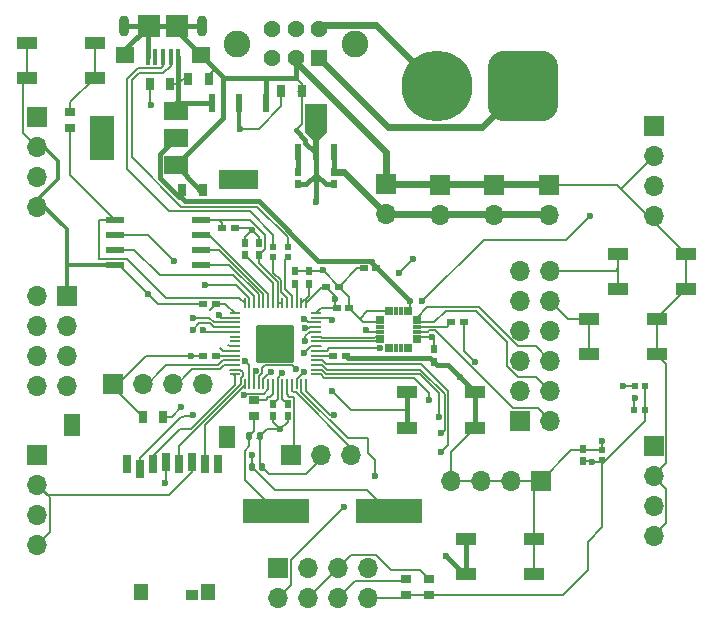
<source format=gbr>
%TF.GenerationSoftware,KiCad,Pcbnew,7.0.1*%
%TF.CreationDate,2023-05-22T19:39:57-04:00*%
%TF.ProjectId,Drone_PCB,44726f6e-655f-4504-9342-2e6b69636164,rev?*%
%TF.SameCoordinates,Original*%
%TF.FileFunction,Copper,L1,Top*%
%TF.FilePolarity,Positive*%
%FSLAX46Y46*%
G04 Gerber Fmt 4.6, Leading zero omitted, Abs format (unit mm)*
G04 Created by KiCad (PCBNEW 7.0.1) date 2023-05-22 19:39:57*
%MOMM*%
%LPD*%
G01*
G04 APERTURE LIST*
G04 Aperture macros list*
%AMRoundRect*
0 Rectangle with rounded corners*
0 $1 Rounding radius*
0 $2 $3 $4 $5 $6 $7 $8 $9 X,Y pos of 4 corners*
0 Add a 4 corners polygon primitive as box body*
4,1,4,$2,$3,$4,$5,$6,$7,$8,$9,$2,$3,0*
0 Add four circle primitives for the rounded corners*
1,1,$1+$1,$2,$3*
1,1,$1+$1,$4,$5*
1,1,$1+$1,$6,$7*
1,1,$1+$1,$8,$9*
0 Add four rect primitives between the rounded corners*
20,1,$1+$1,$2,$3,$4,$5,0*
20,1,$1+$1,$4,$5,$6,$7,0*
20,1,$1+$1,$6,$7,$8,$9,0*
20,1,$1+$1,$8,$9,$2,$3,0*%
G04 Aperture macros list end*
%TA.AperFunction,ComponentPad*%
%ADD10RoundRect,1.500000X1.500000X1.500000X-1.500000X1.500000X-1.500000X-1.500000X1.500000X-1.500000X0*%
%TD*%
%TA.AperFunction,ComponentPad*%
%ADD11C,6.000000*%
%TD*%
%TA.AperFunction,ComponentPad*%
%ADD12R,1.438000X1.438000*%
%TD*%
%TA.AperFunction,ComponentPad*%
%ADD13C,1.438000*%
%TD*%
%TA.AperFunction,ComponentPad*%
%ADD14C,2.265000*%
%TD*%
%TA.AperFunction,SMDPad,CuDef*%
%ADD15R,0.558800X0.711200*%
%TD*%
%TA.AperFunction,ComponentPad*%
%ADD16R,1.700000X1.700000*%
%TD*%
%TA.AperFunction,ComponentPad*%
%ADD17O,1.700000X1.700000*%
%TD*%
%TA.AperFunction,SMDPad,CuDef*%
%ADD18RoundRect,0.050000X-0.387500X-0.050000X0.387500X-0.050000X0.387500X0.050000X-0.387500X0.050000X0*%
%TD*%
%TA.AperFunction,SMDPad,CuDef*%
%ADD19RoundRect,0.050000X-0.050000X-0.387500X0.050000X-0.387500X0.050000X0.387500X-0.050000X0.387500X0*%
%TD*%
%TA.AperFunction,ComponentPad*%
%ADD20C,0.600000*%
%TD*%
%TA.AperFunction,SMDPad,CuDef*%
%ADD21RoundRect,0.144000X-1.456000X-1.456000X1.456000X-1.456000X1.456000X1.456000X-1.456000X1.456000X0*%
%TD*%
%TA.AperFunction,SMDPad,CuDef*%
%ADD22R,0.711200X0.558800*%
%TD*%
%TA.AperFunction,SMDPad,CuDef*%
%ADD23R,0.762000X0.990600*%
%TD*%
%TA.AperFunction,SMDPad,CuDef*%
%ADD24R,0.630000X0.560000*%
%TD*%
%TA.AperFunction,SMDPad,CuDef*%
%ADD25R,0.900000X0.700000*%
%TD*%
%TA.AperFunction,SMDPad,CuDef*%
%ADD26R,0.600000X0.590000*%
%TD*%
%TA.AperFunction,SMDPad,CuDef*%
%ADD27RoundRect,0.075600X0.194400X-0.224400X0.194400X0.224400X-0.194400X0.224400X-0.194400X-0.224400X0*%
%TD*%
%TA.AperFunction,SMDPad,CuDef*%
%ADD28R,0.482600X1.397000*%
%TD*%
%TA.AperFunction,SMDPad,CuDef*%
%ADD29R,0.558800X1.397000*%
%TD*%
%TA.AperFunction,SMDPad,CuDef*%
%ADD30R,0.609600X1.549400*%
%TD*%
%TA.AperFunction,SMDPad,CuDef*%
%ADD31R,1.701800X0.990600*%
%TD*%
%TA.AperFunction,SMDPad,CuDef*%
%ADD32R,0.540000X0.600000*%
%TD*%
%TA.AperFunction,SMDPad,CuDef*%
%ADD33R,0.800000X1.500000*%
%TD*%
%TA.AperFunction,SMDPad,CuDef*%
%ADD34R,1.000000X0.950000*%
%TD*%
%TA.AperFunction,SMDPad,CuDef*%
%ADD35R,1.300000X1.400000*%
%TD*%
%TA.AperFunction,SMDPad,CuDef*%
%ADD36R,1.400000X1.900000*%
%TD*%
%TA.AperFunction,SMDPad,CuDef*%
%ADD37RoundRect,0.006600X0.103400X-0.313400X0.103400X0.313400X-0.103400X0.313400X-0.103400X-0.313400X0*%
%TD*%
%TA.AperFunction,SMDPad,CuDef*%
%ADD38RoundRect,0.006600X0.313400X0.103400X-0.313400X0.103400X-0.313400X-0.103400X0.313400X-0.103400X0*%
%TD*%
%TA.AperFunction,SMDPad,CuDef*%
%ADD39RoundRect,0.006600X-0.103400X0.313400X-0.103400X-0.313400X0.103400X-0.313400X0.103400X0.313400X0*%
%TD*%
%TA.AperFunction,SMDPad,CuDef*%
%ADD40RoundRect,0.006600X-0.313400X-0.103400X0.313400X-0.103400X0.313400X0.103400X-0.313400X0.103400X0*%
%TD*%
%TA.AperFunction,SMDPad,CuDef*%
%ADD41R,5.600000X2.100000*%
%TD*%
%TA.AperFunction,SMDPad,CuDef*%
%ADD42R,2.000000X1.500000*%
%TD*%
%TA.AperFunction,SMDPad,CuDef*%
%ADD43R,2.000000X3.800000*%
%TD*%
%TA.AperFunction,SMDPad,CuDef*%
%ADD44R,0.400000X1.350000*%
%TD*%
%TA.AperFunction,SMDPad,CuDef*%
%ADD45R,1.600000X1.400000*%
%TD*%
%TA.AperFunction,SMDPad,CuDef*%
%ADD46R,1.900000X1.900000*%
%TD*%
%TA.AperFunction,ComponentPad*%
%ADD47O,0.900000X1.800000*%
%TD*%
%TA.AperFunction,SMDPad,CuDef*%
%ADD48R,1.524000X0.533400*%
%TD*%
%TA.AperFunction,ViaPad*%
%ADD49C,0.600000*%
%TD*%
%TA.AperFunction,Conductor*%
%ADD50C,0.150000*%
%TD*%
%TA.AperFunction,Conductor*%
%ADD51C,0.400000*%
%TD*%
%TA.AperFunction,Conductor*%
%ADD52C,0.200000*%
%TD*%
%TA.AperFunction,Conductor*%
%ADD53C,0.300000*%
%TD*%
%TA.AperFunction,Conductor*%
%ADD54C,0.600000*%
%TD*%
%TA.AperFunction,Conductor*%
%ADD55C,1.000000*%
%TD*%
G04 APERTURE END LIST*
%TA.AperFunction,EtchedComponent*%
%TO.C,U4*%
G36*
X196739800Y-77330200D02*
G01*
X196079400Y-77965200D01*
X196079400Y-78295400D01*
X195520600Y-78295400D01*
X195520600Y-77939800D01*
X194860200Y-77330200D01*
X194860200Y-74891800D01*
X196739800Y-74891800D01*
X196739800Y-77330200D01*
G37*
%TD.AperFunction*%
%TA.AperFunction,EtchedComponent*%
%TO.C,U7*%
G36*
X190889600Y-82075400D02*
G01*
X187638400Y-82075400D01*
X187638400Y-80526000D01*
X190889600Y-80526000D01*
X190889600Y-82075400D01*
G37*
%TD.AperFunction*%
%TD*%
D10*
%TO.P,J13,1,Pin_1*%
%TO.N,Net-(J13-Pin_1)*%
X213295000Y-73393900D03*
D11*
%TO.P,J13,2,Pin_2*%
%TO.N,Net-(J13-Pin_2)*%
X206095000Y-73393900D03*
%TD*%
D12*
%TO.P,S1,1*%
%TO.N,Net-(J13-Pin_1)*%
X196095000Y-71043900D03*
D13*
%TO.P,S1,2*%
%TO.N,GND*%
X194095000Y-71043900D03*
%TO.P,S1,3*%
%TO.N,unconnected-(S1-Pad3)*%
X192095000Y-71043900D03*
%TO.P,S1,4*%
%TO.N,Net-(J13-Pin_2)*%
X196095000Y-68543900D03*
%TO.P,S1,5*%
%TO.N,Net-(J14-Pin_2)*%
X194095000Y-68543900D03*
%TO.P,S1,6*%
%TO.N,unconnected-(S1-Pad6)*%
X192095000Y-68543900D03*
D14*
%TO.P,S1,S1*%
%TO.N,N/C*%
X199095000Y-69793900D03*
%TO.P,S1,S2*%
X189095000Y-69793900D03*
%TD*%
D15*
%TO.P,C13,1*%
%TO.N,+1V1*%
X194000000Y-90120700D03*
%TO.P,C13,2*%
%TO.N,GND*%
X194000000Y-89079300D03*
%TD*%
D16*
%TO.P,J11,1*%
%TO.N,/PWM7A*%
X213110000Y-101725000D03*
D17*
%TO.P,J11,2*%
%TO.N,/IMU_AD0*%
X215650000Y-101725000D03*
%TO.P,J11,3*%
%TO.N,/PWM7B*%
X213110000Y-99185000D03*
%TO.P,J11,4*%
%TO.N,/IMU_FSYNC*%
X215650000Y-99185000D03*
%TO.P,J11,5*%
%TO.N,/ADC0{slash}PWM5A*%
X213110000Y-96645000D03*
%TO.P,J11,6*%
%TO.N,/IMU_INT*%
X215650000Y-96645000D03*
%TO.P,J11,7*%
%TO.N,/ADC1{slash}PWM5B*%
X213110000Y-94105000D03*
%TO.P,J11,8*%
%TO.N,/DIST_GPIO*%
X215650000Y-94105000D03*
%TO.P,J11,9*%
%TO.N,/ADC2{slash}PWM6A*%
X213110000Y-91565000D03*
%TO.P,J11,10*%
%TO.N,Net-(J11-Pad10)*%
X215650000Y-91565000D03*
%TO.P,J11,11*%
%TO.N,/ADC3{slash}PWM6B*%
X213110000Y-89025000D03*
%TO.P,J11,12*%
%TO.N,Net-(J11-Pad12)*%
X215650000Y-89025000D03*
%TD*%
D16*
%TO.P,J5,1,Pin_1*%
%TO.N,GND*%
X192600000Y-114200000D03*
D17*
%TO.P,J5,2,Pin_2*%
%TO.N,/WiFi_TX{slash}GPIO1*%
X192600000Y-116740000D03*
%TO.P,J5,3,Pin_3*%
%TO.N,unconnected-(J5-Pin_3-Pad3)*%
X195140000Y-114200000D03*
%TO.P,J5,4,Pin_4*%
%TO.N,Net-(J5-Pin_4)*%
X195140000Y-116740000D03*
%TO.P,J5,5,Pin_5*%
X197680000Y-114200000D03*
%TO.P,J5,6,Pin_6*%
%TO.N,Net-(J5-Pin_6)*%
X197680000Y-116740000D03*
%TO.P,J5,7,Pin_7*%
%TO.N,/WiFi_RX{slash}GPIO3*%
X200220000Y-114200000D03*
%TO.P,J5,8,Pin_8*%
%TO.N,+3V3*%
X200220000Y-116740000D03*
%TD*%
D18*
%TO.P,U1,1,IOVDD*%
%TO.N,+3V3*%
X188925000Y-92600000D03*
%TO.P,U1,2,GPIO0*%
%TO.N,/M1_PWM_A*%
X188925000Y-93000000D03*
%TO.P,U1,3,GPIO1*%
%TO.N,/M1_PWM_B*%
X188925000Y-93400000D03*
%TO.P,U1,4,GPIO2*%
%TO.N,/M2_PWM_A*%
X188925000Y-93800000D03*
%TO.P,U1,5,GPIO3*%
%TO.N,/M2_PWM_B*%
X188925000Y-94200000D03*
%TO.P,U1,6,GPIO4*%
%TO.N,/SPI0_RX*%
X188925000Y-94600000D03*
%TO.P,U1,7,GPIO5*%
%TO.N,/SPI0_CSn*%
X188925000Y-95000000D03*
%TO.P,U1,8,GPIO6*%
%TO.N,/SPI0_SCK*%
X188925000Y-95400000D03*
%TO.P,U1,9,GPIO7*%
%TO.N,/SPI0_TX*%
X188925000Y-95800000D03*
%TO.P,U1,10,IOVDD*%
%TO.N,+3V3*%
X188925000Y-96200000D03*
%TO.P,U1,11,GPIO8*%
%TO.N,/UART1_TX*%
X188925000Y-96600000D03*
%TO.P,U1,12,GPIO9*%
%TO.N,/UART1_RX*%
X188925000Y-97000000D03*
%TO.P,U1,13,GPIO10*%
%TO.N,/SPI1_SCK*%
X188925000Y-97400000D03*
%TO.P,U1,14,GPIO11*%
%TO.N,/SPI1_TX*%
X188925000Y-97800000D03*
D19*
%TO.P,U1,15,GPIO12*%
%TO.N,/SPI1_RX*%
X189762500Y-98637500D03*
%TO.P,U1,16,GPIO13*%
%TO.N,/SPI1_CSn*%
X190162500Y-98637500D03*
%TO.P,U1,17,GPIO14*%
%TO.N,/PWM7A*%
X190562500Y-98637500D03*
%TO.P,U1,18,GPIO15*%
%TO.N,/PWM7B*%
X190962500Y-98637500D03*
%TO.P,U1,19,TESTEN*%
%TO.N,GND*%
X191362500Y-98637500D03*
%TO.P,U1,20,XIN*%
%TO.N,Net-(U1-XIN)*%
X191762500Y-98637500D03*
%TO.P,U1,21,XOUT*%
%TO.N,Net-(U1-XOUT)*%
X192162500Y-98637500D03*
%TO.P,U1,22,IOVDD*%
%TO.N,+3V3*%
X192562500Y-98637500D03*
%TO.P,U1,23,DVDD*%
%TO.N,+1V1*%
X192962500Y-98637500D03*
%TO.P,U1,24,SWCLK*%
%TO.N,Net-(J3-Pin_1)*%
X193362500Y-98637500D03*
%TO.P,U1,25,SWD*%
%TO.N,Net-(J3-Pin_3)*%
X193762500Y-98637500D03*
%TO.P,U1,26,RUN*%
%TO.N,Net-(U1-RUN)*%
X194162500Y-98637500D03*
%TO.P,U1,27,GPIO16*%
%TO.N,/WiFi_TX{slash}GPIO1*%
X194562500Y-98637500D03*
%TO.P,U1,28,GPIO17*%
%TO.N,/WiFi_RX{slash}GPIO3*%
X194962500Y-98637500D03*
D18*
%TO.P,U1,29,GPIO18*%
%TO.N,/DIST_SDA*%
X195800000Y-97800000D03*
%TO.P,U1,30,GPIO19*%
%TO.N,/DIST_SCL*%
X195800000Y-97400000D03*
%TO.P,U1,31,GPIO20*%
%TO.N,/M3_PWM_A*%
X195800000Y-97000000D03*
%TO.P,U1,32,GPIO21*%
%TO.N,/M3_PWM_B*%
X195800000Y-96600000D03*
%TO.P,U1,33,IOVDD*%
%TO.N,+3V3*%
X195800000Y-96200000D03*
%TO.P,U1,34,GPIO22*%
%TO.N,/M4_PWM_A*%
X195800000Y-95800000D03*
%TO.P,U1,35,GPIO23*%
%TO.N,/M4_PWM_B*%
X195800000Y-95400000D03*
%TO.P,U1,36,GPIO24*%
%TO.N,/IMU_SDA*%
X195800000Y-95000000D03*
%TO.P,U1,37,GPIO25*%
%TO.N,/IMU_SCL*%
X195800000Y-94600000D03*
%TO.P,U1,38,GPIO26_ADC0*%
%TO.N,/ADC0{slash}PWM5A*%
X195800000Y-94200000D03*
%TO.P,U1,39,GPIO27_ADC1*%
%TO.N,/ADC1{slash}PWM5B*%
X195800000Y-93800000D03*
%TO.P,U1,40,GPIO28_ADC2*%
%TO.N,/ADC2{slash}PWM6A*%
X195800000Y-93400000D03*
%TO.P,U1,41,GPIO29_ADC3*%
%TO.N,/ADC3{slash}PWM6B*%
X195800000Y-93000000D03*
%TO.P,U1,42,IOVDD*%
%TO.N,+3V3*%
X195800000Y-92600000D03*
D19*
%TO.P,U1,43,ADC_AVDD*%
X194962500Y-91762500D03*
%TO.P,U1,44,VREG_IN*%
X194562500Y-91762500D03*
%TO.P,U1,45,VREG_VOUT*%
%TO.N,+1V1*%
X194162500Y-91762500D03*
%TO.P,U1,46,USB_DM*%
%TO.N,Net-(U1-USB_DM)*%
X193762500Y-91762500D03*
%TO.P,U1,47,USB_DP*%
%TO.N,Net-(U1-USB_DP)*%
X193362500Y-91762500D03*
%TO.P,U1,48,USB_VDD*%
%TO.N,+3V3*%
X192962500Y-91762500D03*
%TO.P,U1,49,IOVDD*%
X192562500Y-91762500D03*
%TO.P,U1,50,DVDD*%
%TO.N,+1V1*%
X192162500Y-91762500D03*
%TO.P,U1,51,QSPI_SD3*%
%TO.N,/QSPI_SD3*%
X191762500Y-91762500D03*
%TO.P,U1,52,QSPI_SCLK*%
%TO.N,/QSPI_SLCK*%
X191362500Y-91762500D03*
%TO.P,U1,53,QSPI_SD0*%
%TO.N,/QSPI_SD0*%
X190962500Y-91762500D03*
%TO.P,U1,54,QSPI_SD2*%
%TO.N,/QSPI_SD2*%
X190562500Y-91762500D03*
%TO.P,U1,55,QSPI_SD1*%
%TO.N,/QSPI_SD1*%
X190162500Y-91762500D03*
%TO.P,U1,56,QSPI_SS*%
%TO.N,/QSPI_SS*%
X189762500Y-91762500D03*
D20*
%TO.P,U1,57,GND*%
%TO.N,GND*%
X191087500Y-93925000D03*
X191087500Y-95200000D03*
X191087500Y-96475000D03*
X192362500Y-93925000D03*
X192362500Y-95200000D03*
D21*
X192362500Y-95200000D03*
D20*
X192362500Y-96475000D03*
X193637500Y-93925000D03*
X193637500Y-95200000D03*
X193637500Y-96475000D03*
%TD*%
D15*
%TO.P,C25,1*%
%TO.N,GND*%
X194295000Y-81714600D03*
%TO.P,C25,2*%
%TO.N,+5V*%
X194295000Y-80673200D03*
%TD*%
D22*
%TO.P,C19,1*%
%TO.N,GND*%
X186279300Y-96200000D03*
%TO.P,C19,2*%
%TO.N,+3V3*%
X187320700Y-96200000D03*
%TD*%
D16*
%TO.P,J7,1,Pin_1*%
%TO.N,/M2_PWM_A*%
X172200000Y-104600000D03*
D17*
%TO.P,J7,2,Pin_2*%
%TO.N,GND*%
X172200000Y-107140000D03*
%TO.P,J7,3,Pin_3*%
%TO.N,/M2_PWM_B*%
X172200000Y-109680000D03*
%TO.P,J7,4,Pin_4*%
%TO.N,GND*%
X172200000Y-112220000D03*
%TD*%
D23*
%TO.P,C11,1*%
%TO.N,GND*%
X186752600Y-72800000D03*
%TO.P,C11,2*%
%TO.N,+5V*%
X185000000Y-72800000D03*
%TD*%
D24*
%TO.P,C24,1*%
%TO.N,GND*%
X220000000Y-104200000D03*
%TO.P,C24,2*%
%TO.N,+3V3*%
X220000000Y-105070000D03*
%TD*%
D25*
%TO.P,R3,1*%
%TO.N,Net-(R3-Pad1)*%
X175000000Y-75600000D03*
%TO.P,R3,2*%
%TO.N,/QSPI_SS*%
X175000000Y-76900000D03*
%TD*%
D23*
%TO.P,C10,1*%
%TO.N,GND*%
X181123700Y-101400000D03*
%TO.P,C10,2*%
%TO.N,+3V3*%
X182876300Y-101400000D03*
%TD*%
D26*
%TO.P,R2,1*%
%TO.N,/USB-*%
X193400000Y-86980000D03*
%TO.P,R2,2*%
%TO.N,Net-(U1-USB_DM)*%
X193400000Y-87820000D03*
%TD*%
D27*
%TO.P,C4,1*%
%TO.N,Net-(U1-XIN)*%
X190370000Y-105600000D03*
%TO.P,C4,2*%
%TO.N,GND*%
X191230000Y-105600000D03*
%TD*%
D22*
%TO.P,C22,1*%
%TO.N,+3V3*%
X196679300Y-90400000D03*
%TO.P,C22,2*%
%TO.N,GND*%
X197720700Y-90400000D03*
%TD*%
D28*
%TO.P,U4,1,VO*%
%TO.N,+5V*%
X194305000Y-78993900D03*
D29*
%TO.P,U4,2,GND*%
%TO.N,GND*%
X195800000Y-78993900D03*
D28*
%TO.P,U4,3,VI*%
%TO.N,Net-(J14-Pin_2)*%
X197295000Y-78993900D03*
%TD*%
D27*
%TO.P,C5,1*%
%TO.N,Net-(C5-Pad1)*%
X190170000Y-103000000D03*
%TO.P,C5,2*%
%TO.N,GND*%
X191030000Y-103000000D03*
%TD*%
D30*
%TO.P,U7,1,GND*%
%TO.N,GND*%
X191562700Y-74849100D03*
%TO.P,U7,2,VO*%
%TO.N,+1V8*%
X189264000Y-74849100D03*
%TO.P,U7,3,VI*%
%TO.N,+5V*%
X186965300Y-74849100D03*
%TD*%
D16*
%TO.P,J9,1,Pin_1*%
%TO.N,/M4_PWM_A*%
X224400000Y-76800000D03*
D17*
%TO.P,J9,2,Pin_2*%
%TO.N,GND*%
X224400000Y-79340000D03*
%TO.P,J9,3,Pin_3*%
%TO.N,/M4_PWM_B*%
X224400000Y-81880000D03*
%TO.P,J9,4,Pin_4*%
%TO.N,GND*%
X224400000Y-84420000D03*
%TD*%
D31*
%TO.P,SW4,1*%
%TO.N,Net-(J11-Pad10)*%
X218942500Y-93100000D03*
%TO.P,SW4,2*%
%TO.N,GND*%
X224657500Y-93100000D03*
%TO.P,SW4,3*%
%TO.N,Net-(J11-Pad10)*%
X218942500Y-96100000D03*
%TO.P,SW4,4*%
%TO.N,GND*%
X224657500Y-96100000D03*
%TD*%
D32*
%TO.P,R12,1*%
%TO.N,Net-(U6-XSHUT)*%
X222800000Y-98800000D03*
%TO.P,R12,2*%
%TO.N,+3V3*%
X223664000Y-98800000D03*
%TD*%
D16*
%TO.P,J12,1,Pin_1*%
%TO.N,GND*%
X214820000Y-106800000D03*
D17*
%TO.P,J12,2,Pin_2*%
X212280000Y-106800000D03*
%TO.P,J12,3,Pin_3*%
X209740000Y-106800000D03*
%TO.P,J12,4,Pin_4*%
X207200000Y-106800000D03*
%TD*%
D33*
%TO.P,J1,1,DATA2*%
%TO.N,unconnected-(J1-DATA2-Pad1)*%
X179800000Y-105400000D03*
%TO.P,J1,2,DATA3/CD*%
%TO.N,/SPI1_CSn*%
X180900000Y-105800000D03*
%TO.P,J1,3,CMD*%
%TO.N,/SPI1_TX*%
X182000000Y-105400000D03*
%TO.P,J1,4,VDD*%
%TO.N,+3V3*%
X183100000Y-105200000D03*
%TO.P,J1,5,CLK*%
%TO.N,/SPI1_SCK*%
X184200000Y-105400000D03*
%TO.P,J1,6,VSS*%
%TO.N,GND*%
X185300000Y-105200000D03*
%TO.P,J1,7,DATA0*%
%TO.N,/SPI1_RX*%
X186400000Y-105400000D03*
%TO.P,J1,8,DATA1*%
%TO.N,unconnected-(J1-DATA1-Pad8)*%
X187500000Y-105400000D03*
D34*
%TO.P,J1,9,DETECH*%
%TO.N,unconnected-(J1-DETECH-Pad9)*%
X185300000Y-116485000D03*
D35*
%TO.P,J1,P1*%
%TO.N,N/C*%
X186690000Y-116260000D03*
%TO.P,J1,P2*%
X180990000Y-116260000D03*
D36*
%TO.P,J1,P3*%
X175140000Y-102110000D03*
%TO.P,J1,P4*%
X188290000Y-103110000D03*
%TD*%
D16*
%TO.P,J8,1,Pin_1*%
%TO.N,/M3_PWM_A*%
X224400000Y-103860000D03*
D17*
%TO.P,J8,2,Pin_2*%
%TO.N,GND*%
X224400000Y-106400000D03*
%TO.P,J8,3,Pin_3*%
%TO.N,/M3_PWM_B*%
X224400000Y-108940000D03*
%TO.P,J8,4,Pin_4*%
%TO.N,GND*%
X224400000Y-111480000D03*
%TD*%
D37*
%TO.P,U3,1,NC*%
%TO.N,unconnected-(U3-NC-Pad1)*%
X201800000Y-95545000D03*
%TO.P,U3,2,NC*%
%TO.N,unconnected-(U3-NC-Pad2)*%
X202200000Y-95545000D03*
%TO.P,U3,3,NC*%
%TO.N,unconnected-(U3-NC-Pad3)*%
X202600000Y-95545000D03*
%TO.P,U3,4,NC*%
%TO.N,unconnected-(U3-NC-Pad4)*%
X203000000Y-95545000D03*
%TO.P,U3,5,NC*%
%TO.N,unconnected-(U3-NC-Pad5)*%
X203400000Y-95545000D03*
%TO.P,U3,6,NC*%
%TO.N,unconnected-(U3-NC-Pad6)*%
X203800000Y-95545000D03*
D38*
%TO.P,U3,7,AUX_CL*%
%TO.N,unconnected-(U3-AUX_CL-Pad7)*%
X204345000Y-95000000D03*
%TO.P,U3,8,VDDIO*%
%TO.N,+1V8*%
X204345000Y-94600000D03*
%TO.P,U3,9,AD0/SDO*%
%TO.N,/IMU_AD0*%
X204345000Y-94200000D03*
%TO.P,U3,10,REGOUT*%
%TO.N,Net-(U3-REGOUT)*%
X204345000Y-93800000D03*
%TO.P,U3,11,FSYNC*%
%TO.N,/IMU_FSYNC*%
X204345000Y-93400000D03*
%TO.P,U3,12,INT1*%
%TO.N,/IMU_INT*%
X204345000Y-93000000D03*
D39*
%TO.P,U3,13,VDD*%
%TO.N,+3V3*%
X203800000Y-92455000D03*
%TO.P,U3,14,NC*%
%TO.N,unconnected-(U3-NC-Pad14)*%
X203400000Y-92455000D03*
%TO.P,U3,15,NC*%
%TO.N,unconnected-(U3-NC-Pad15)*%
X203000000Y-92455000D03*
%TO.P,U3,16,NC*%
%TO.N,unconnected-(U3-NC-Pad16)*%
X202600000Y-92455000D03*
%TO.P,U3,17,NC*%
%TO.N,unconnected-(U3-NC-Pad17)*%
X202200000Y-92455000D03*
%TO.P,U3,18,GND*%
%TO.N,GND*%
X201800000Y-92455000D03*
D40*
%TO.P,U3,19,RESV_19*%
%TO.N,unconnected-(U3-RESV_19-Pad19)*%
X201255000Y-93000000D03*
%TO.P,U3,20,RESV_20*%
%TO.N,GND*%
X201255000Y-93400000D03*
%TO.P,U3,21,AUX_DA*%
%TO.N,unconnected-(U3-AUX_DA-Pad21)*%
X201255000Y-93800000D03*
%TO.P,U3,22,~{CS}*%
%TO.N,+1V8*%
X201255000Y-94200000D03*
%TO.P,U3,23,SCL/SCLK*%
%TO.N,/IMU_SCL*%
X201255000Y-94600000D03*
%TO.P,U3,24,SDA/SDI*%
%TO.N,/IMU_SDA*%
X201255000Y-95000000D03*
%TD*%
D41*
%TO.P,Y1,1*%
%TO.N,Net-(C5-Pad1)*%
X192450000Y-109400000D03*
%TO.P,Y1,2*%
%TO.N,Net-(U1-XIN)*%
X201950000Y-109400000D03*
%TD*%
D16*
%TO.P,J15,1,Pin_1*%
%TO.N,GND*%
X206295000Y-81793900D03*
D17*
%TO.P,J15,2,Pin_2*%
%TO.N,Net-(J14-Pin_2)*%
X206295000Y-84333900D03*
%TD*%
D22*
%TO.P,C7,1*%
%TO.N,+3V3*%
X200920700Y-88800000D03*
%TO.P,C7,2*%
%TO.N,GND*%
X199879300Y-88800000D03*
%TD*%
D31*
%TO.P,SW3,1*%
%TO.N,Net-(J5-Pin_6)*%
X208542500Y-111700000D03*
%TO.P,SW3,2*%
%TO.N,GND*%
X214257500Y-111700000D03*
%TO.P,SW3,3*%
%TO.N,Net-(J5-Pin_6)*%
X208542500Y-114700000D03*
%TO.P,SW3,4*%
%TO.N,GND*%
X214257500Y-114700000D03*
%TD*%
D22*
%TO.P,C17,1*%
%TO.N,GND*%
X198320700Y-96200000D03*
%TO.P,C17,2*%
%TO.N,+3V3*%
X197279300Y-96200000D03*
%TD*%
D15*
%TO.P,C26,1*%
%TO.N,GND*%
X197295000Y-81714600D03*
%TO.P,C26,2*%
%TO.N,Net-(J14-Pin_2)*%
X197295000Y-80673200D03*
%TD*%
D22*
%TO.P,C3,1*%
%TO.N,+3V3*%
X187879300Y-85400000D03*
%TO.P,C3,2*%
%TO.N,GND*%
X188920700Y-85400000D03*
%TD*%
D25*
%TO.P,R4,1*%
%TO.N,Net-(U1-XOUT)*%
X190600000Y-100000000D03*
%TO.P,R4,2*%
%TO.N,Net-(C5-Pad1)*%
X190600000Y-101300000D03*
%TD*%
D22*
%TO.P,C8,1*%
%TO.N,GND*%
X208320700Y-93400000D03*
%TO.P,C8,2*%
%TO.N,Net-(U3-REGOUT)*%
X207279300Y-93400000D03*
%TD*%
D16*
%TO.P,J10,1,Pin_1*%
%TO.N,GND*%
X178600000Y-98600000D03*
D17*
%TO.P,J10,2,Pin_2*%
%TO.N,/UART1_TX*%
X181140000Y-98600000D03*
%TO.P,J10,3,Pin_3*%
%TO.N,/UART1_RX*%
X183680000Y-98600000D03*
%TO.P,J10,4,Pin_4*%
%TO.N,+3V3*%
X186220000Y-98600000D03*
%TD*%
D32*
%TO.P,R11,1*%
%TO.N,/DIST_GPIO*%
X222768000Y-100800000D03*
%TO.P,R11,2*%
%TO.N,+3V3*%
X223632000Y-100800000D03*
%TD*%
D15*
%TO.P,C9,1*%
%TO.N,GND*%
X205800000Y-96720700D03*
%TO.P,C9,2*%
%TO.N,+1V8*%
X205800000Y-95679300D03*
%TD*%
D16*
%TO.P,J14,1,Pin_1*%
%TO.N,GND*%
X201720000Y-81683900D03*
D17*
%TO.P,J14,2,Pin_2*%
%TO.N,Net-(J14-Pin_2)*%
X201720000Y-84223900D03*
%TD*%
D16*
%TO.P,J4,1,Pin_1*%
%TO.N,GND*%
X174690000Y-91200000D03*
D17*
%TO.P,J4,2,Pin_2*%
%TO.N,+5V*%
X172150000Y-91200000D03*
%TO.P,J4,3,Pin_3*%
%TO.N,+3V3*%
X174690000Y-93740000D03*
%TO.P,J4,4,Pin_4*%
%TO.N,+1V8*%
X172150000Y-93740000D03*
%TO.P,J4,5,Pin_5*%
%TO.N,/SPI0_RX*%
X174690000Y-96280000D03*
%TO.P,J4,6,Pin_6*%
%TO.N,/SPI0_CSn*%
X172150000Y-96280000D03*
%TO.P,J4,7,Pin_7*%
%TO.N,/SPI0_TX*%
X174690000Y-98820000D03*
%TO.P,J4,8,Pin_8*%
%TO.N,/SPI0_SCK*%
X172150000Y-98820000D03*
%TD*%
D23*
%TO.P,C2,1*%
%TO.N,GND*%
X186200000Y-82200000D03*
%TO.P,C2,2*%
%TO.N,+3V3*%
X184447400Y-82200000D03*
%TD*%
D15*
%TO.P,C16,1*%
%TO.N,+1V1*%
X189800000Y-87720700D03*
%TO.P,C16,2*%
%TO.N,GND*%
X189800000Y-86679300D03*
%TD*%
D26*
%TO.P,R1,1*%
%TO.N,/USB+*%
X192200000Y-86980000D03*
%TO.P,R1,2*%
%TO.N,Net-(U1-USB_DP)*%
X192200000Y-87820000D03*
%TD*%
D15*
%TO.P,C15,1*%
%TO.N,+1V1*%
X193400000Y-100279300D03*
%TO.P,C15,2*%
%TO.N,GND*%
X193400000Y-101320700D03*
%TD*%
D42*
%TO.P,U2,1,GND*%
%TO.N,GND*%
X183950000Y-80100000D03*
%TO.P,U2,2,VO*%
%TO.N,+3V3*%
X183950000Y-77800000D03*
%TO.P,U2,3,VI*%
%TO.N,+5V*%
X183950000Y-75500000D03*
D43*
%TO.P,U2,4*%
%TO.N,N/C*%
X177650000Y-77800000D03*
%TD*%
D15*
%TO.P,C6,1*%
%TO.N,GND*%
X218400000Y-104079300D03*
%TO.P,C6,2*%
%TO.N,+3V3*%
X218400000Y-105120700D03*
%TD*%
D31*
%TO.P,SW1,4*%
%TO.N,Net-(R3-Pad1)*%
X177057500Y-72700000D03*
%TO.P,SW1,3*%
%TO.N,GND*%
X171342500Y-72700000D03*
%TO.P,SW1,2*%
%TO.N,Net-(R3-Pad1)*%
X177057500Y-69700000D03*
%TO.P,SW1,1*%
%TO.N,GND*%
X171342500Y-69700000D03*
%TD*%
D44*
%TO.P,J2,1,VUSB*%
%TO.N,+5V*%
X184164000Y-70949900D03*
%TO.P,J2,2,D-*%
%TO.N,/USB-*%
X183514000Y-70949900D03*
%TO.P,J2,3,D+*%
%TO.N,/USB+*%
X182864000Y-70949900D03*
%TO.P,J2,4,ID*%
%TO.N,unconnected-(J2-ID-Pad4)*%
X182214000Y-70949900D03*
%TO.P,J2,5,GND*%
%TO.N,GND*%
X181564000Y-70949900D03*
D45*
%TO.P,J2,S1,SHIELD*%
X186064000Y-70724900D03*
%TO.P,J2,S2,SHIELD*%
X179664000Y-70724900D03*
D46*
%TO.P,J2,S3,SHIELD*%
X181664000Y-68274900D03*
%TO.P,J2,S4,SHIELD*%
X184064000Y-68274900D03*
D47*
%TO.P,J2,S5,SHIELD*%
X186164000Y-68274900D03*
%TO.P,J2,S6,SHIELD*%
X179564000Y-68274900D03*
%TD*%
D16*
%TO.P,J3,1,Pin_1*%
%TO.N,Net-(J3-Pin_1)*%
X193720000Y-104600000D03*
D17*
%TO.P,J3,2,Pin_2*%
%TO.N,GND*%
X196260000Y-104600000D03*
%TO.P,J3,3,Pin_3*%
%TO.N,Net-(J3-Pin_3)*%
X198800000Y-104600000D03*
%TD*%
D25*
%TO.P,R10,1*%
%TO.N,+3V3*%
X205400000Y-116450000D03*
%TO.P,R10,2*%
%TO.N,Net-(J5-Pin_4)*%
X205400000Y-115150000D03*
%TD*%
D22*
%TO.P,C21,1*%
%TO.N,+3V3*%
X197558600Y-92200000D03*
%TO.P,C21,2*%
%TO.N,GND*%
X198600000Y-92200000D03*
%TD*%
D31*
%TO.P,SW5,1*%
%TO.N,Net-(J11-Pad12)*%
X221400000Y-87600000D03*
%TO.P,SW5,2*%
%TO.N,GND*%
X227115000Y-87600000D03*
%TO.P,SW5,3*%
%TO.N,Net-(J11-Pad12)*%
X221400000Y-90600000D03*
%TO.P,SW5,4*%
%TO.N,GND*%
X227115000Y-90600000D03*
%TD*%
D15*
%TO.P,C20,1*%
%TO.N,+3V3*%
X191000000Y-87720700D03*
%TO.P,C20,2*%
%TO.N,GND*%
X191000000Y-86679300D03*
%TD*%
D22*
%TO.P,C18,1*%
%TO.N,GND*%
X186279300Y-91800000D03*
%TO.P,C18,2*%
%TO.N,+3V3*%
X187320700Y-91800000D03*
%TD*%
D15*
%TO.P,C23,1*%
%TO.N,+3V3*%
X192200000Y-100279300D03*
%TO.P,C23,2*%
%TO.N,GND*%
X192200000Y-101320700D03*
%TD*%
D16*
%TO.P,J17,1,Pin_1*%
%TO.N,GND*%
X215495000Y-81793900D03*
D17*
%TO.P,J17,2,Pin_2*%
%TO.N,Net-(J14-Pin_2)*%
X215495000Y-84333900D03*
%TD*%
D48*
%TO.P,U5,1,/CS*%
%TO.N,/QSPI_SS*%
X178755100Y-84695000D03*
%TO.P,U5,2,DO(IO1)*%
%TO.N,/QSPI_SD1*%
X178755100Y-85965000D03*
%TO.P,U5,3,/WP(IO2)*%
%TO.N,/QSPI_SD2*%
X178755100Y-87235000D03*
%TO.P,U5,4,GND*%
%TO.N,GND*%
X178755100Y-88505000D03*
%TO.P,U5,5,DI(IO0)*%
%TO.N,/QSPI_SD0*%
X186044900Y-88505000D03*
%TO.P,U5,6,CLK*%
%TO.N,/QSPI_SLCK*%
X186044900Y-87235000D03*
%TO.P,U5,7,/HOLD_/RESET*%
%TO.N,/QSPI_SD3*%
X186044900Y-85965000D03*
%TO.P,U5,8,VCC*%
%TO.N,+3V3*%
X186044900Y-84695000D03*
%TD*%
D25*
%TO.P,R9,1*%
%TO.N,+3V3*%
X203400000Y-116450000D03*
%TO.P,R9,2*%
%TO.N,Net-(J5-Pin_6)*%
X203400000Y-115150000D03*
%TD*%
D16*
%TO.P,J16,1,Pin_1*%
%TO.N,GND*%
X210895000Y-81793900D03*
D17*
%TO.P,J16,2,Pin_2*%
%TO.N,Net-(J14-Pin_2)*%
X210895000Y-84333900D03*
%TD*%
D23*
%TO.P,C1,1*%
%TO.N,+5V*%
X183476300Y-73200000D03*
%TO.P,C1,2*%
%TO.N,GND*%
X181723700Y-73200000D03*
%TD*%
%TO.P,C12,1*%
%TO.N,+1V8*%
X192847400Y-73800000D03*
%TO.P,C12,2*%
%TO.N,GND*%
X194600000Y-73800000D03*
%TD*%
D31*
%TO.P,SW2,1*%
%TO.N,GND*%
X209257500Y-102300000D03*
%TO.P,SW2,2*%
%TO.N,Net-(U1-RUN)*%
X203542500Y-102300000D03*
%TO.P,SW2,3*%
%TO.N,GND*%
X209257500Y-99300000D03*
%TO.P,SW2,4*%
%TO.N,Net-(U1-RUN)*%
X203542500Y-99300000D03*
%TD*%
D16*
%TO.P,J6,1,Pin_1*%
%TO.N,/M1_PWM_A*%
X172200000Y-76000000D03*
D17*
%TO.P,J6,2,Pin_2*%
%TO.N,GND*%
X172200000Y-78540000D03*
%TO.P,J6,3,Pin_3*%
%TO.N,/M1_PWM_B*%
X172200000Y-81080000D03*
%TO.P,J6,4,Pin_4*%
%TO.N,GND*%
X172200000Y-83620000D03*
%TD*%
D15*
%TO.P,C14,1*%
%TO.N,+3V3*%
X195200000Y-90120700D03*
%TO.P,C14,2*%
%TO.N,GND*%
X195200000Y-89079300D03*
%TD*%
D49*
%TO.N,/M4_PWM_A*%
X219000000Y-84400000D03*
X204800000Y-91600000D03*
X201200000Y-95600000D03*
%TO.N,/M4_PWM_B*%
X194800000Y-96000000D03*
X202800000Y-89200000D03*
X204000000Y-88000000D03*
%TO.N,/M3_PWM_B*%
X206400000Y-104400000D03*
%TO.N,/M3_PWM_A*%
X206400000Y-102800000D03*
%TO.N,/DIST_SDA*%
X205400000Y-100000000D03*
%TO.N,/DIST_SCL*%
X206200000Y-101400000D03*
%TO.N,+3V3*%
X219200000Y-105200000D03*
%TO.N,GND*%
X220000000Y-103400000D03*
%TO.N,/DIST_GPIO*%
X222800000Y-99800000D03*
%TO.N,Net-(U6-XSHUT)*%
X221800000Y-98800000D03*
%TO.N,GND*%
X181800000Y-75000000D03*
%TO.N,+3V3*%
X184400000Y-100600000D03*
%TO.N,GND*%
X192800000Y-102400000D03*
X208000000Y-98000000D03*
X195800000Y-83200000D03*
X209270878Y-96729122D03*
X196400000Y-89000000D03*
X181600000Y-91000000D03*
X190400000Y-85600000D03*
X192000000Y-97600000D03*
X185200000Y-96200000D03*
%TO.N,/SPI1_CSn*%
X185400000Y-101200000D03*
X189810932Y-96682651D03*
%TO.N,/QSPI_SD1*%
X183800000Y-88200000D03*
X186400000Y-90200000D03*
%TO.N,Net-(U1-XIN)*%
X190400000Y-104600000D03*
X189718375Y-99524500D03*
%TO.N,+1V8*%
X189400000Y-77000000D03*
X205600000Y-94600000D03*
X200000000Y-94000000D03*
%TO.N,/WiFi_TX{slash}GPIO1*%
X200800000Y-106400000D03*
X198200000Y-109000000D03*
%TO.N,/M1_PWM_A*%
X187600000Y-92800000D03*
%TO.N,/M1_PWM_B*%
X185400000Y-93000000D03*
%TO.N,/M2_PWM_A*%
X185400000Y-94000000D03*
%TO.N,/M2_PWM_B*%
X186270878Y-93999500D03*
%TO.N,/WiFi_RX{slash}GPIO3*%
X197327496Y-101272504D03*
%TO.N,/PWM7A*%
X190687000Y-97491526D03*
%TO.N,Net-(U1-RUN)*%
X197200000Y-99200000D03*
X194800000Y-97600000D03*
%TO.N,/PWM7B*%
X194088959Y-97362986D03*
%TO.N,/ADC0{slash}PWM5A*%
X194913000Y-95000000D03*
%TO.N,/ADC1{slash}PWM5B*%
X194859715Y-93869512D03*
%TO.N,/ADC2{slash}PWM6A*%
X194827167Y-93095207D03*
%TO.N,/ADC3{slash}PWM6B*%
X197200000Y-93200000D03*
%TO.N,+3V3*%
X183000000Y-107000000D03*
X203800000Y-91600000D03*
X197400000Y-91400000D03*
X192953520Y-97695276D03*
%TO.N,Net-(J5-Pin_6)*%
X206800000Y-113200000D03*
%TD*%
D50*
%TO.N,GND*%
X194600000Y-73800000D02*
X194600000Y-73179900D01*
X194600000Y-73179900D02*
X194095000Y-72674900D01*
X194600000Y-73800000D02*
X194600000Y-76639100D01*
X194600000Y-76639100D02*
X194095000Y-77144100D01*
D51*
X195695000Y-78993900D02*
X195800000Y-78993900D01*
X194896300Y-78195200D02*
X195695000Y-78993900D01*
X194896300Y-77945400D02*
X194896300Y-78195200D01*
X194095000Y-77144100D02*
X194896300Y-77945400D01*
D50*
%TO.N,+3V3*%
X218400000Y-105120700D02*
X219120700Y-105120700D01*
X219120700Y-105120700D02*
X219200000Y-105200000D01*
%TO.N,/M4_PWM_A*%
X204800000Y-91600000D02*
X210000000Y-86400000D01*
X217000000Y-86400000D02*
X219000000Y-84400000D01*
X210000000Y-86400000D02*
X217000000Y-86400000D01*
X200800000Y-95600000D02*
X201200000Y-95600000D01*
X196898700Y-95600000D02*
X200800000Y-95600000D01*
X196698700Y-95800000D02*
X196898700Y-95600000D01*
X195800000Y-95800000D02*
X196698700Y-95800000D01*
%TO.N,/M4_PWM_B*%
X195800000Y-95400000D02*
X196226409Y-95400000D01*
%TO.N,GND*%
X214820000Y-106800000D02*
X217420000Y-104200000D01*
X217420000Y-104200000D02*
X220000000Y-104200000D01*
D51*
X198320700Y-96200000D02*
X198520700Y-96400000D01*
X198520700Y-96400000D02*
X205479300Y-96400000D01*
X205479300Y-96400000D02*
X205800000Y-96720700D01*
D50*
%TO.N,/M4_PWM_B*%
X194800000Y-96000000D02*
X194800000Y-95973591D01*
X194800000Y-95973591D02*
X195373591Y-95400000D01*
X195373591Y-95400000D02*
X195800000Y-95400000D01*
%TO.N,/ADC1{slash}PWM5B*%
X194859715Y-93869512D02*
X195177207Y-93869512D01*
X195177207Y-93869512D02*
X195246719Y-93800000D01*
X195246719Y-93800000D02*
X195800000Y-93800000D01*
%TO.N,/ADC2{slash}PWM6A*%
X194827167Y-93095207D02*
X195131960Y-93400000D01*
X195131960Y-93400000D02*
X195800000Y-93400000D01*
%TO.N,/ADC0{slash}PWM5A*%
X195270983Y-94200000D02*
X195800000Y-94200000D01*
X194913000Y-94557983D02*
X195270983Y-94200000D01*
X194913000Y-95000000D02*
X194913000Y-94557983D01*
%TO.N,/M4_PWM_B*%
X204000000Y-88000000D02*
X202800000Y-89200000D01*
%TO.N,GND*%
X227115000Y-87600000D02*
X221657500Y-82142500D01*
X221657500Y-82142500D02*
X221308900Y-81793900D01*
X224400000Y-79340000D02*
X221657500Y-82082500D01*
X221657500Y-82082500D02*
X221657500Y-82142500D01*
%TO.N,+3V3*%
X195800000Y-96200000D02*
X197279300Y-96200000D01*
%TO.N,/M3_PWM_B*%
X206400000Y-104400000D02*
X207025000Y-103775000D01*
X207025000Y-103775000D02*
X207025000Y-99225000D01*
X196323528Y-96600000D02*
X195800000Y-96600000D01*
X207025000Y-99225000D02*
X204738236Y-96938236D01*
X204738236Y-96938236D02*
X196661764Y-96938236D01*
X196661764Y-96938236D02*
X196323528Y-96600000D01*
%TO.N,/M3_PWM_A*%
X206400000Y-102800000D02*
X206725000Y-102475000D01*
X206725000Y-102475000D02*
X206725000Y-99500736D01*
X204624264Y-97400000D02*
X196699264Y-97400000D01*
X206725000Y-99500736D02*
X204624264Y-97400000D01*
X196699264Y-97400000D02*
X196299264Y-97000000D01*
X196299264Y-97000000D02*
X195800000Y-97000000D01*
%TO.N,/DIST_SCL*%
X196275000Y-97400000D02*
X195800000Y-97400000D01*
%TO.N,/DIST_SDA*%
X196500000Y-98100000D02*
X196200000Y-97800000D01*
X204138700Y-98100000D02*
X196500000Y-98100000D01*
X205400000Y-99361300D02*
X204138700Y-98100000D01*
X205400000Y-100000000D02*
X205400000Y-99361300D01*
%TO.N,/DIST_SCL*%
X206200000Y-101400000D02*
X206200000Y-99400000D01*
X206200000Y-99400000D02*
X204600000Y-97800000D01*
X204600000Y-97800000D02*
X196675000Y-97800000D01*
X196675000Y-97800000D02*
X196275000Y-97400000D01*
D51*
%TO.N,GND*%
X209257500Y-99300000D02*
X206957500Y-97000000D01*
X206957500Y-97000000D02*
X206079300Y-97000000D01*
X206079300Y-97000000D02*
X205800000Y-96720700D01*
D50*
%TO.N,+3V3*%
X220000000Y-105070000D02*
X220000000Y-105400000D01*
X220000000Y-105400000D02*
X220000000Y-110753700D01*
X223632000Y-100800000D02*
X223632000Y-101768000D01*
X223632000Y-101768000D02*
X220000000Y-105400000D01*
X223632000Y-100800000D02*
X223632000Y-98832000D01*
X223632000Y-98832000D02*
X223664000Y-98800000D01*
%TO.N,GND*%
X224400000Y-111480000D02*
X225475000Y-110405000D01*
X225475000Y-110405000D02*
X225475000Y-107475000D01*
X225475000Y-107475000D02*
X224400000Y-106400000D01*
X214257500Y-111700000D02*
X214257500Y-107362500D01*
X214257500Y-107362500D02*
X214820000Y-106800000D01*
X214257500Y-114700000D02*
X214257500Y-111700000D01*
%TO.N,+3V3*%
X220000000Y-110753700D02*
X218800000Y-111953700D01*
X218800000Y-111953700D02*
X218800000Y-114400000D01*
X218800000Y-114400000D02*
X216750000Y-116450000D01*
X216750000Y-116450000D02*
X205400000Y-116450000D01*
X219200000Y-105200000D02*
X219870000Y-105200000D01*
X219870000Y-105200000D02*
X220000000Y-105070000D01*
%TO.N,GND*%
X220000000Y-103400000D02*
X220000000Y-104200000D01*
%TO.N,/DIST_GPIO*%
X222768000Y-100800000D02*
X222768000Y-99832000D01*
X222768000Y-99832000D02*
X222800000Y-99800000D01*
X222968000Y-99968000D02*
X222800000Y-99800000D01*
%TO.N,Net-(U6-XSHUT)*%
X221800000Y-98800000D02*
X222800000Y-98800000D01*
%TO.N,GND*%
X224400000Y-106400000D02*
X225475000Y-105325000D01*
X225475000Y-105325000D02*
X225475000Y-96917500D01*
X225475000Y-96917500D02*
X224657500Y-96100000D01*
D51*
%TO.N,+3V3*%
X203800000Y-91600000D02*
X200584900Y-88384900D01*
D50*
%TO.N,/IMU_INT*%
X214405000Y-95400000D02*
X215650000Y-96645000D01*
X212884720Y-95400000D02*
X214405000Y-95400000D01*
X209584720Y-92100000D02*
X212884720Y-95400000D01*
X205245000Y-92100000D02*
X209584720Y-92100000D01*
X204345000Y-93000000D02*
X205245000Y-92100000D01*
%TO.N,/IMU_FSYNC*%
X212944720Y-98000000D02*
X214465000Y-98000000D01*
X212000000Y-97055280D02*
X212944720Y-98000000D01*
X212000000Y-95057537D02*
X212000000Y-97055280D01*
X209342463Y-92400000D02*
X212000000Y-95057537D01*
X206800000Y-92400000D02*
X209342463Y-92400000D01*
X205800000Y-93400000D02*
X206800000Y-92400000D01*
X214465000Y-98000000D02*
X215650000Y-99185000D01*
X204345000Y-93400000D02*
X205800000Y-93400000D01*
%TO.N,GND*%
X186752600Y-72800000D02*
X186752600Y-72447400D01*
X186752600Y-72447400D02*
X187269550Y-71930450D01*
%TO.N,+5V*%
X185000000Y-72800000D02*
X184564000Y-72800000D01*
X184564000Y-72800000D02*
X184164000Y-73200000D01*
D51*
X184164000Y-74624900D02*
X184164000Y-73200000D01*
X184164000Y-73200000D02*
X184164000Y-70949900D01*
D50*
X183476300Y-73200000D02*
X184164000Y-73200000D01*
%TO.N,GND*%
X181800000Y-75000000D02*
X181723700Y-74923700D01*
X181723700Y-74923700D02*
X181723700Y-73200000D01*
D52*
%TO.N,/USB-*%
X183514000Y-70949900D02*
X183514000Y-71674900D01*
X183514000Y-71674900D02*
X182893926Y-72294974D01*
X180200000Y-79400000D02*
X184400000Y-83600000D01*
X182893926Y-72294974D02*
X180800000Y-72294974D01*
X180800000Y-72294974D02*
X180200000Y-72894974D01*
X180200000Y-72894974D02*
X180200000Y-79400000D01*
X184400000Y-83600000D02*
X190800000Y-83600000D01*
X190800000Y-83600000D02*
X193400000Y-86200000D01*
X193400000Y-86200000D02*
X193400000Y-86980000D01*
%TO.N,/USB+*%
X182864000Y-70949900D02*
X182864000Y-71674900D01*
X180725100Y-71874900D02*
X179800000Y-72800000D01*
X182864000Y-71674900D02*
X182664000Y-71874900D01*
X183400000Y-84000000D02*
X190200000Y-84000000D01*
X182664000Y-71874900D02*
X180725100Y-71874900D01*
X179800000Y-72800000D02*
X179800000Y-80400000D01*
X192200000Y-86000000D02*
X192200000Y-86980000D01*
X179800000Y-80400000D02*
X183400000Y-84000000D01*
X190200000Y-84000000D02*
X192200000Y-86000000D01*
D50*
%TO.N,+1V8*%
X192847400Y-73800000D02*
X192847400Y-75093900D01*
X192847400Y-75093900D02*
X190941300Y-77000000D01*
X190941300Y-77000000D02*
X189400000Y-77000000D01*
%TO.N,GND*%
X194600000Y-73800000D02*
X194243200Y-73800000D01*
X188920700Y-85400000D02*
X190200000Y-85400000D01*
X190200000Y-85400000D02*
X190400000Y-85600000D01*
%TO.N,+3V3*%
X186044900Y-84695000D02*
X187600000Y-84695000D01*
X187600000Y-84695000D02*
X190237463Y-84695000D01*
X187879300Y-85400000D02*
X187879300Y-84974300D01*
X187879300Y-84974300D02*
X187600000Y-84695000D01*
%TO.N,GND*%
X186200000Y-82200000D02*
X186050000Y-82200000D01*
X186050000Y-82200000D02*
X185920700Y-82070700D01*
D51*
%TO.N,+3V3*%
X184236396Y-82800000D02*
X184118198Y-82681802D01*
X184118198Y-82681802D02*
X182600000Y-81163604D01*
D50*
X184447400Y-82200000D02*
X184447400Y-82352600D01*
X184447400Y-82352600D02*
X184118198Y-82681802D01*
D51*
%TO.N,GND*%
X186064000Y-70724900D02*
X187269550Y-71930450D01*
X187269550Y-71930450D02*
X187939000Y-72599900D01*
D50*
X187069550Y-71930450D02*
X187269550Y-71930450D01*
%TO.N,+3V3*%
X183600000Y-101400000D02*
X184400000Y-100600000D01*
X182876300Y-101400000D02*
X183600000Y-101400000D01*
%TO.N,GND*%
X181123700Y-101400000D02*
X178600000Y-98876300D01*
X178600000Y-98876300D02*
X178600000Y-98600000D01*
X198600000Y-91279300D02*
X197720700Y-90400000D01*
X191030000Y-105600000D02*
X191230000Y-105800000D01*
D51*
X194295000Y-81714600D02*
X194974400Y-81714600D01*
D50*
X191362500Y-98211091D02*
X191773591Y-97800000D01*
X192800000Y-102400000D02*
X193400000Y-101800000D01*
D51*
X183950000Y-80100000D02*
X185920700Y-82070700D01*
D52*
X178600000Y-99000000D02*
X181400000Y-96200000D01*
D50*
X192200000Y-101320700D02*
X192200000Y-101800000D01*
D52*
X181400000Y-96200000D02*
X185200000Y-96200000D01*
D50*
X191773591Y-97800000D02*
X192000000Y-97600000D01*
X199500000Y-93100000D02*
X198600000Y-92200000D01*
X170986900Y-73055600D02*
X170986900Y-77326900D01*
D51*
X195800000Y-80899000D02*
X196615600Y-81714600D01*
D50*
X191362500Y-98637500D02*
X191362500Y-98211091D01*
X207200000Y-104357500D02*
X209257500Y-102300000D01*
D51*
X181664000Y-68274900D02*
X179564000Y-68274900D01*
D50*
X191362500Y-96200000D02*
X192362500Y-95200000D01*
X194000000Y-89079300D02*
X195200000Y-89079300D01*
X196260000Y-104940000D02*
X196260000Y-104600000D01*
X199800000Y-93400000D02*
X199500000Y-93100000D01*
D51*
X181564000Y-68374900D02*
X181664000Y-68274900D01*
X184064000Y-68274900D02*
X184064000Y-68724900D01*
X191664000Y-72674900D02*
X194095000Y-72674900D01*
D50*
X191030000Y-103000000D02*
X191630000Y-102400000D01*
X224657500Y-93100000D02*
X224657500Y-93057500D01*
D53*
X174000000Y-79740000D02*
X174000000Y-81220000D01*
D50*
X183400000Y-108000000D02*
X173060000Y-108000000D01*
D51*
X184064000Y-68724900D02*
X186064000Y-70724900D01*
X184064000Y-68274900D02*
X186164000Y-68274900D01*
D50*
X172200000Y-112220000D02*
X173275000Y-111145000D01*
X198600000Y-92200000D02*
X198600000Y-91279300D01*
X227115000Y-90600000D02*
X227115000Y-87600000D01*
X195000000Y-106200000D02*
X196260000Y-104940000D01*
X192200000Y-101800000D02*
X192800000Y-102400000D01*
D51*
X187939000Y-76111000D02*
X187939000Y-72599900D01*
D50*
X196400000Y-89079300D02*
X196400000Y-89000000D01*
X182400000Y-91800000D02*
X181600000Y-91000000D01*
X193400000Y-101800000D02*
X193400000Y-101320700D01*
D53*
X172200000Y-83020000D02*
X174690000Y-85510000D01*
D50*
X191630000Y-102400000D02*
X192800000Y-102400000D01*
X186279300Y-96200000D02*
X185200000Y-96200000D01*
D53*
X178755100Y-88505000D02*
X174785000Y-88505000D01*
D50*
X224657500Y-93057500D02*
X227115000Y-90600000D01*
X190830000Y-103200000D02*
X191030000Y-103000000D01*
D54*
X194095000Y-71381900D02*
X194095000Y-71043900D01*
D50*
X207200000Y-106800000D02*
X207200000Y-104357500D01*
X192000000Y-97600000D02*
X192000000Y-97800000D01*
X199879300Y-88800000D02*
X199320700Y-88800000D01*
D51*
X179664000Y-70274900D02*
X181664000Y-68274900D01*
D50*
X199320700Y-88800000D02*
X197720700Y-90400000D01*
D51*
X187939000Y-72599900D02*
X188014000Y-72674900D01*
D50*
X173275000Y-108215000D02*
X172200000Y-107140000D01*
X214820000Y-106800000D02*
X207200000Y-106800000D01*
X171342500Y-69700000D02*
X171342500Y-72700000D01*
X173275000Y-111145000D02*
X173275000Y-110600000D01*
D53*
X174000000Y-81220000D02*
X172200000Y-83020000D01*
D50*
X191030000Y-103000000D02*
X191030000Y-105600000D01*
D51*
X183950000Y-80100000D02*
X187939000Y-76111000D01*
D50*
X181600000Y-91000000D02*
X179105000Y-88505000D01*
X191230000Y-105600000D02*
X191830000Y-106200000D01*
D51*
X195800000Y-80899000D02*
X195800000Y-83200000D01*
D53*
X174690000Y-88600000D02*
X174690000Y-91200000D01*
D50*
X201800000Y-92455000D02*
X200145000Y-92455000D01*
X186279300Y-91800000D02*
X182400000Y-91800000D01*
D54*
X201720000Y-79006900D02*
X194095000Y-71381900D01*
D50*
X200145000Y-92455000D02*
X199500000Y-93100000D01*
D51*
X194974400Y-81714600D02*
X195800000Y-80889000D01*
X191562700Y-72776200D02*
X191664000Y-72674900D01*
X195800000Y-80889000D02*
X195800000Y-78993900D01*
D50*
X173060000Y-108000000D02*
X172200000Y-107140000D01*
X196400000Y-89000000D02*
X197720700Y-90400000D01*
X170986900Y-77326900D02*
X172200000Y-78540000D01*
D54*
X215385000Y-81683900D02*
X215495000Y-81793900D01*
D50*
X221308900Y-81793900D02*
X215495000Y-81793900D01*
D53*
X172200000Y-77940000D02*
X174000000Y-79740000D01*
D50*
X189800000Y-86200000D02*
X190400000Y-85600000D01*
D51*
X191562700Y-74849100D02*
X191562700Y-72776200D01*
D50*
X189800000Y-86679300D02*
X189800000Y-86200000D01*
X195200000Y-89079300D02*
X196400000Y-89079300D01*
D51*
X179664000Y-70724900D02*
X179664000Y-70274900D01*
D54*
X201720000Y-81683900D02*
X215385000Y-81683900D01*
D50*
X190400000Y-85600000D02*
X191000000Y-86200000D01*
X179105000Y-88505000D02*
X178755100Y-88505000D01*
X201255000Y-93400000D02*
X199800000Y-93400000D01*
X191000000Y-86200000D02*
X191000000Y-86679300D01*
D51*
X194095000Y-71043900D02*
X194095000Y-72674900D01*
X209257500Y-99300000D02*
X209257500Y-102300000D01*
D50*
X173275000Y-110600000D02*
X173275000Y-108215000D01*
D51*
X181664000Y-68274900D02*
X184064000Y-68274900D01*
D53*
X174785000Y-88505000D02*
X174690000Y-88600000D01*
D54*
X201720000Y-81683900D02*
X201720000Y-79006900D01*
D51*
X188014000Y-72674900D02*
X191664000Y-72674900D01*
X181564000Y-70949900D02*
X181564000Y-68374900D01*
D50*
X185300000Y-105200000D02*
X185300000Y-106100000D01*
D51*
X196615600Y-81714600D02*
X197295000Y-81714600D01*
X195800000Y-78993900D02*
X195800000Y-80899000D01*
D50*
X209270878Y-96729122D02*
X208320700Y-95778944D01*
D53*
X174690000Y-85510000D02*
X174690000Y-88600000D01*
D50*
X191830000Y-106200000D02*
X195000000Y-106200000D01*
X171342500Y-72700000D02*
X170986900Y-73055600D01*
X185300000Y-106100000D02*
X183400000Y-108000000D01*
D51*
X185920700Y-82070700D02*
X185920700Y-82200000D01*
D50*
X192783153Y-96475000D02*
X193637500Y-96475000D01*
X224657500Y-96100000D02*
X224657500Y-93100000D01*
X208320700Y-95778944D02*
X208320700Y-93400000D01*
%TO.N,Net-(U1-USB_DP)*%
X192862500Y-89838236D02*
X192200000Y-89175736D01*
X193362500Y-91336091D02*
X192862500Y-90836091D01*
X192862500Y-90836091D02*
X192862500Y-89838236D01*
X193362500Y-91762500D02*
X193362500Y-91336091D01*
X192200000Y-89175736D02*
X192200000Y-87820000D01*
%TO.N,Net-(U1-USB_DM)*%
X193200000Y-90600000D02*
X193200000Y-88020000D01*
X193200000Y-88020000D02*
X193400000Y-87820000D01*
X193762500Y-91162500D02*
X193200000Y-90600000D01*
X193762500Y-91762500D02*
X193762500Y-91162500D01*
%TO.N,/QSPI_SS*%
X175000000Y-76900000D02*
X175000000Y-80939900D01*
X189295600Y-91295600D02*
X189762500Y-91762500D01*
X183095600Y-91295600D02*
X189295600Y-91295600D01*
X178755100Y-84695000D02*
X177400000Y-84695000D01*
X179800000Y-88000000D02*
X183095600Y-91295600D01*
X177400000Y-84695000D02*
X177400000Y-88000000D01*
X177400000Y-88000000D02*
X179800000Y-88000000D01*
X175000000Y-80939900D02*
X178755100Y-84695000D01*
%TO.N,+1V1*%
X194162500Y-90283200D02*
X194000000Y-90120700D01*
D52*
X192962500Y-98637500D02*
X192962500Y-99841800D01*
X192962500Y-99841800D02*
X193400000Y-100279300D01*
D50*
X192162500Y-91762500D02*
X192162500Y-90083200D01*
X194162500Y-91762500D02*
X194162500Y-90283200D01*
X192162500Y-90083200D02*
X189800000Y-87720700D01*
%TO.N,/SPI1_CSn*%
X180900000Y-105800000D02*
X180900000Y-104900000D01*
X184400000Y-101400000D02*
X185400000Y-101200000D01*
X190162500Y-97034219D02*
X190162500Y-98637500D01*
X189810932Y-96682651D02*
X190162500Y-97034219D01*
X185400000Y-101200000D02*
X185400000Y-101400000D01*
X180900000Y-104900000D02*
X184400000Y-101400000D01*
%TO.N,/SPI1_TX*%
X182000000Y-105400000D02*
X182000000Y-104700000D01*
X188925000Y-97800000D02*
X188893375Y-97831625D01*
X182000000Y-104700000D02*
X184300000Y-102400000D01*
X185200000Y-102400000D02*
X188925000Y-98675000D01*
X184300000Y-102400000D02*
X185200000Y-102400000D01*
X188925000Y-98675000D02*
X188925000Y-97800000D01*
%TO.N,/QSPI_SD3*%
X186765000Y-85965000D02*
X191762500Y-90962500D01*
X191762500Y-90962500D02*
X191762500Y-91762500D01*
X186044900Y-85965000D02*
X186765000Y-85965000D01*
%TO.N,/QSPI_SLCK*%
X187610736Y-87235000D02*
X191362500Y-90986764D01*
X191362500Y-90986764D02*
X191362500Y-91762500D01*
X186044900Y-87235000D02*
X187610736Y-87235000D01*
%TO.N,/QSPI_SD0*%
X188456472Y-88505000D02*
X190962500Y-91011028D01*
X186044900Y-88505000D02*
X188456472Y-88505000D01*
X190962500Y-91011028D02*
X190962500Y-91762500D01*
%TO.N,/QSPI_SD2*%
X188800000Y-89400000D02*
X190600000Y-91200000D01*
X178755100Y-87235000D02*
X180435000Y-87235000D01*
X182600000Y-89400000D02*
X188800000Y-89400000D01*
X180435000Y-87235000D02*
X182600000Y-89400000D01*
X190600000Y-91200000D02*
X190600000Y-91400000D01*
%TO.N,/QSPI_SD1*%
X190162500Y-91336091D02*
X190162500Y-91762500D01*
X178755100Y-85965000D02*
X181565000Y-85965000D01*
X181565000Y-85965000D02*
X183800000Y-88200000D01*
X189026409Y-90200000D02*
X190162500Y-91336091D01*
X186400000Y-90200000D02*
X189026409Y-90200000D01*
%TO.N,Net-(U1-XIN)*%
X190400000Y-104600000D02*
X190370000Y-104630000D01*
X189817875Y-99425000D02*
X191401409Y-99425000D01*
X189718375Y-99524500D02*
X189817875Y-99425000D01*
X191762500Y-99063909D02*
X191762500Y-98637500D01*
X192370000Y-107600000D02*
X190370000Y-105600000D01*
X201950000Y-109400000D02*
X200150000Y-107600000D01*
X191401409Y-99425000D02*
X191762500Y-99063909D01*
X200150000Y-107600000D02*
X192370000Y-107600000D01*
X190370000Y-104630000D02*
X190370000Y-105800000D01*
%TO.N,Net-(C5-Pad1)*%
X190170000Y-103000000D02*
X190170000Y-103887537D01*
X190600000Y-102570000D02*
X190600000Y-101300000D01*
X189800000Y-104257537D02*
X189800000Y-106750000D01*
X190170000Y-103000000D02*
X190600000Y-102570000D01*
X190170000Y-103887537D02*
X189800000Y-104257537D01*
X189800000Y-106750000D02*
X192450000Y-109400000D01*
%TO.N,Net-(U3-REGOUT)*%
X204345000Y-93800000D02*
X205233273Y-93800000D01*
X205233273Y-93800000D02*
X205258273Y-93775000D01*
X205999264Y-93775000D02*
X206024264Y-93800000D01*
X206024264Y-93800000D02*
X206879300Y-93800000D01*
X206879300Y-93800000D02*
X207279300Y-93400000D01*
X205258273Y-93775000D02*
X205999264Y-93775000D01*
%TO.N,+1V8*%
X200200000Y-94200000D02*
X200000000Y-94000000D01*
X204345000Y-94600000D02*
X205600000Y-94600000D01*
X201255000Y-94200000D02*
X200200000Y-94200000D01*
D53*
X189264000Y-74849100D02*
X189264000Y-76864000D01*
D50*
X205800000Y-94800000D02*
X205600000Y-94600000D01*
D53*
X189264000Y-76864000D02*
X189400000Y-77000000D01*
D50*
X205800000Y-95679300D02*
X205800000Y-94800000D01*
%TO.N,/SPI1_SCK*%
X189426409Y-98125000D02*
X189600000Y-97951409D01*
X189600000Y-97600000D02*
X189400000Y-97400000D01*
X184200000Y-105400000D02*
X184200000Y-103824264D01*
X184200000Y-103824264D02*
X189426409Y-98597855D01*
X189426409Y-98597855D02*
X189426409Y-98125000D01*
X189600000Y-97951409D02*
X189600000Y-97600000D01*
X188925000Y-97400000D02*
X188498591Y-97400000D01*
%TO.N,/SPI1_RX*%
X186400000Y-105400000D02*
X186400000Y-102100412D01*
X186400000Y-102100412D02*
X189762500Y-98737912D01*
X189762500Y-98737912D02*
X189762500Y-98637500D01*
D52*
%TO.N,Net-(J3-Pin_1)*%
X193929400Y-104390600D02*
X193720000Y-104600000D01*
X193362500Y-98637500D02*
X193362500Y-99491900D01*
X193362500Y-99491900D02*
X193544300Y-99673700D01*
X193929400Y-99673700D02*
X193929400Y-104390600D01*
X193544300Y-99673700D02*
X193929400Y-99673700D01*
%TO.N,Net-(J3-Pin_3)*%
X193923700Y-99323700D02*
X194074375Y-99323700D01*
X193762500Y-99162500D02*
X193923700Y-99323700D01*
X198800000Y-104049325D02*
X198800000Y-104600000D01*
X193762500Y-98637500D02*
X193762500Y-99162500D01*
X194074375Y-99323700D02*
X198800000Y-104049325D01*
D50*
%TO.N,/WiFi_TX{slash}GPIO1*%
X198513236Y-103200000D02*
X194562500Y-99249264D01*
X193675000Y-115665000D02*
X193675000Y-113525000D01*
X193675000Y-113525000D02*
X198200000Y-109000000D01*
X200800000Y-105079720D02*
X200200000Y-104479720D01*
X200200000Y-103200000D02*
X198513236Y-103200000D01*
X200200000Y-104479720D02*
X200200000Y-103200000D01*
X200800000Y-106400000D02*
X200800000Y-105079720D01*
X194562500Y-99249264D02*
X194562500Y-98637500D01*
X192600000Y-116740000D02*
X193675000Y-115665000D01*
%TO.N,Net-(U1-XOUT)*%
X191695600Y-99904400D02*
X191695600Y-99698700D01*
X190600000Y-100000000D02*
X191600000Y-100000000D01*
X191600000Y-100000000D02*
X191695600Y-99904400D01*
X191695600Y-99698700D02*
X191901300Y-99698700D01*
X192162500Y-99437500D02*
X192162500Y-98637500D01*
X191901300Y-99698700D02*
X192162500Y-99437500D01*
%TO.N,/M1_PWM_A*%
X187600000Y-92800000D02*
X187800000Y-93000000D01*
X187800000Y-93000000D02*
X188925000Y-93000000D01*
%TO.N,/M1_PWM_B*%
X186766727Y-93000000D02*
X187166727Y-93400000D01*
X185400000Y-93000000D02*
X186766727Y-93000000D01*
X187166727Y-93400000D02*
X188925000Y-93400000D01*
%TO.N,/M2_PWM_A*%
X187142463Y-93800000D02*
X188925000Y-93800000D01*
X186817463Y-93475000D02*
X187142463Y-93800000D01*
X185400000Y-94000000D02*
X185925000Y-93475000D01*
X185925000Y-93475000D02*
X186817463Y-93475000D01*
%TO.N,/M2_PWM_B*%
X186471378Y-94200000D02*
X188925000Y-94200000D01*
X186270878Y-93999500D02*
X186471378Y-94200000D01*
%TO.N,Net-(J5-Pin_4)*%
X204650000Y-114400000D02*
X202200000Y-114400000D01*
X200925000Y-113125000D02*
X198755000Y-113125000D01*
X195140000Y-116740000D02*
X197680000Y-114200000D01*
X202200000Y-114400000D02*
X200925000Y-113125000D01*
X205400000Y-115150000D02*
X204650000Y-114400000D01*
X198755000Y-113125000D02*
X197680000Y-114200000D01*
D52*
%TO.N,/UART1_TX*%
X187926300Y-96600000D02*
X187526300Y-97000000D01*
X188925000Y-96600000D02*
X187926300Y-96600000D01*
X183140000Y-97000000D02*
X181140000Y-99000000D01*
X187526300Y-97000000D02*
X183140000Y-97000000D01*
%TO.N,/UART1_RX*%
X188021274Y-97000000D02*
X187671275Y-97350000D01*
X187671275Y-97350000D02*
X185330000Y-97350000D01*
X185330000Y-97350000D02*
X183680000Y-99000000D01*
X188925000Y-97000000D02*
X188021274Y-97000000D01*
D50*
%TO.N,/WiFi_RX{slash}GPIO3*%
X194962500Y-99225000D02*
X194962500Y-98637500D01*
X197010004Y-101272504D02*
X194962500Y-99225000D01*
X197327496Y-101272504D02*
X197010004Y-101272504D01*
%TO.N,/SPI0_SCK*%
X188925000Y-95400000D02*
X188498591Y-95400000D01*
X188498591Y-95400000D02*
X188398591Y-95300000D01*
%TO.N,/SPI0_TX*%
X188925000Y-95800000D02*
X187901300Y-95800000D01*
X187901300Y-95800000D02*
X187701300Y-95600000D01*
%TO.N,/PWM7A*%
X190562500Y-97616026D02*
X190562500Y-98637500D01*
X190687000Y-97491526D02*
X190562500Y-97616026D01*
%TO.N,Net-(U1-RUN)*%
X194162500Y-98211091D02*
X194162500Y-98637500D01*
D51*
X203542500Y-100800000D02*
X203542500Y-102300000D01*
D50*
X194773591Y-97600000D02*
X194162500Y-98211091D01*
X194800000Y-97600000D02*
X194773591Y-97600000D01*
D51*
X203542500Y-99300000D02*
X203542500Y-100800000D01*
D50*
X198800000Y-100800000D02*
X197200000Y-99200000D01*
X203542500Y-100800000D02*
X198800000Y-100800000D01*
%TO.N,/IMU_AD0*%
X205382537Y-94075000D02*
X205875000Y-94075000D01*
X204345000Y-94200000D02*
X205257537Y-94200000D01*
X205875000Y-94075000D02*
X212450000Y-100650000D01*
X214575000Y-100650000D02*
X215650000Y-101725000D01*
X212450000Y-100650000D02*
X214575000Y-100650000D01*
X205257537Y-94200000D02*
X205382537Y-94075000D01*
%TO.N,/PWM7B*%
X191212000Y-97708989D02*
X190962500Y-97958489D01*
X190962500Y-97958489D02*
X190962500Y-98637500D01*
X193750973Y-97025000D02*
X191461063Y-97025000D01*
X191212000Y-97274063D02*
X191212000Y-97708989D01*
X191461063Y-97025000D02*
X191212000Y-97274063D01*
X194088959Y-97362986D02*
X193750973Y-97025000D01*
%TO.N,Net-(J11-Pad10)*%
X215650000Y-91565000D02*
X217185000Y-93100000D01*
X217185000Y-93100000D02*
X218942500Y-93100000D01*
X218942500Y-93100000D02*
X218942500Y-96100000D01*
%TO.N,/ADC3{slash}PWM6B*%
X195800000Y-93000000D02*
X197000000Y-93000000D01*
X197000000Y-93000000D02*
X197200000Y-93200000D01*
%TO.N,Net-(J11-Pad12)*%
X221400000Y-88800000D02*
X221175000Y-89025000D01*
X221175000Y-89025000D02*
X215650000Y-89025000D01*
X221400000Y-88800000D02*
X221400000Y-87600000D01*
X221400000Y-90600000D02*
X221400000Y-88800000D01*
D54*
%TO.N,Net-(J13-Pin_1)*%
X213295000Y-73393900D02*
X209845000Y-76843900D01*
X209845000Y-76843900D02*
X201895000Y-76843900D01*
X201895000Y-76843900D02*
X196095000Y-71043900D01*
%TO.N,Net-(J13-Pin_2)*%
X206095000Y-73393900D02*
X200912500Y-68211400D01*
X196427500Y-68211400D02*
X196095000Y-68543900D01*
X200912500Y-68211400D02*
X196427500Y-68211400D01*
D50*
%TO.N,/IMU_SDA*%
X201255000Y-95000000D02*
X195800000Y-95000000D01*
%TO.N,/IMU_SCL*%
X196226409Y-94600000D02*
X195800000Y-94600000D01*
X196326409Y-94700000D02*
X196226409Y-94600000D01*
X200716600Y-94700000D02*
X196326409Y-94700000D01*
X201255000Y-94600000D02*
X200816600Y-94600000D01*
X200816600Y-94600000D02*
X200716600Y-94700000D01*
%TO.N,+3V3*%
X191504400Y-85961937D02*
X191504400Y-87216300D01*
X192962500Y-91762500D02*
X192562500Y-91762500D01*
X200220000Y-116740000D02*
X203110000Y-116740000D01*
D52*
X197400000Y-91120700D02*
X196679300Y-90400000D01*
D50*
X192953520Y-97695276D02*
X192562500Y-98086296D01*
D52*
X203800000Y-92455000D02*
X203800000Y-91600000D01*
X192562500Y-99916800D02*
X192200000Y-100279300D01*
D51*
X200584900Y-88170600D02*
X196006996Y-88170600D01*
D50*
X188925000Y-92600000D02*
X188125000Y-91800000D01*
X203400000Y-116450000D02*
X205400000Y-116450000D01*
D52*
X197400000Y-91400000D02*
X197400000Y-91120700D01*
D50*
X188125000Y-91800000D02*
X187320700Y-91800000D01*
D51*
X196006996Y-88170600D02*
X190986396Y-83150000D01*
D50*
X183100000Y-105200000D02*
X183100000Y-106900000D01*
D52*
X197400000Y-92041400D02*
X197558600Y-92200000D01*
D51*
X190986396Y-83150000D02*
X184750000Y-83150000D01*
D52*
X192562500Y-98637500D02*
X192562500Y-99916800D01*
D50*
X192562500Y-98086296D02*
X192562500Y-98637500D01*
D51*
X182600000Y-81163604D02*
X182600000Y-79150000D01*
D50*
X183100000Y-106900000D02*
X183000000Y-107000000D01*
D51*
X200584900Y-88384900D02*
X200584900Y-88170600D01*
D50*
X191504400Y-87216300D02*
X191000000Y-87720700D01*
X194562500Y-91762500D02*
X195200000Y-91125000D01*
X195200000Y-91125000D02*
X195200000Y-90120700D01*
D52*
X197400000Y-91400000D02*
X197400000Y-92041400D01*
D50*
X190237463Y-84695000D02*
X191504400Y-85961937D01*
D51*
X184750000Y-83150000D02*
X184400000Y-82800000D01*
D50*
X194962500Y-91762500D02*
X196325000Y-90400000D01*
X191000000Y-88400000D02*
X191000000Y-87720700D01*
X186806791Y-92313909D02*
X187320700Y-91800000D01*
X203110000Y-116740000D02*
X203400000Y-116450000D01*
D51*
X182600000Y-79150000D02*
X183950000Y-77800000D01*
D50*
X192562500Y-91762500D02*
X192562500Y-89962500D01*
X196200000Y-92200000D02*
X197558600Y-92200000D01*
X188925000Y-96200000D02*
X187320700Y-96200000D01*
X195800000Y-92600000D02*
X196200000Y-92200000D01*
D51*
X184400000Y-82800000D02*
X184236396Y-82800000D01*
D50*
X192562500Y-89962500D02*
X191000000Y-88400000D01*
X196325000Y-90400000D02*
X196679300Y-90400000D01*
%TO.N,Net-(R3-Pad1)*%
X175000000Y-74757500D02*
X177057500Y-72700000D01*
X175000000Y-75600000D02*
X175000000Y-74757500D01*
X177057500Y-72700000D02*
X177057500Y-69700000D01*
D51*
%TO.N,+5V*%
X184088200Y-74849100D02*
X184014000Y-74774900D01*
X194295000Y-80673200D02*
X194295000Y-79003900D01*
X184014000Y-74774900D02*
X184164000Y-74624900D01*
X194295000Y-79003900D02*
X194305000Y-78993900D01*
X186965300Y-74849100D02*
X184088200Y-74849100D01*
D54*
%TO.N,Net-(J14-Pin_2)*%
X215385000Y-84223900D02*
X215495000Y-84333900D01*
X201720000Y-84223900D02*
X198169300Y-80673200D01*
X198169300Y-80673200D02*
X197295000Y-80673200D01*
D51*
X197295000Y-80673200D02*
X197295000Y-78993900D01*
D54*
X201720000Y-84223900D02*
X215385000Y-84223900D01*
D55*
X206185000Y-84223900D02*
X206295000Y-84333900D01*
D50*
%TO.N,Net-(J5-Pin_6)*%
X199145000Y-115275000D02*
X197680000Y-116740000D01*
D51*
X208542500Y-114700000D02*
X208300000Y-114700000D01*
D50*
X203275000Y-115275000D02*
X199145000Y-115275000D01*
D51*
X208300000Y-114700000D02*
X206800000Y-113200000D01*
D50*
X203400000Y-115150000D02*
X203275000Y-115275000D01*
D51*
X208542500Y-114700000D02*
X208542500Y-111700000D01*
%TD*%
M02*

</source>
